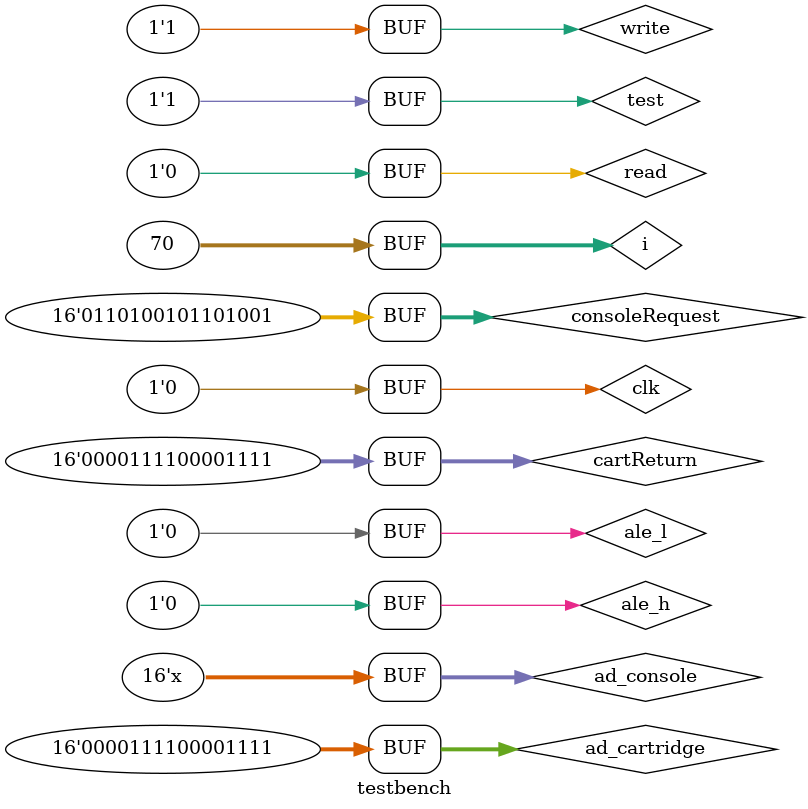
<source format=v>
`timescale 1ns / 1ps


module testbench();

reg ale_l;
reg ale_h;
reg read;
wire[15:0] ad_console;
wire[15:0] ad_cartridge;
reg write;
reg clk;

gamecat uut(
.ad_console (ad_console),
.ad_cartridge (ad_cartridge),
.write (write),
.read (read),
.ale_h (ale_h),
.ale_l (ale_l),
.clk (clk)
);

reg test = 1'b1;

integer i = 0;

reg[15:0] cartReturn = 16'h0000;
reg[15:0] consoleRequest = 16'h0000;

assign ad_cartridge[15:0] = ~read ? cartReturn : 16'bZ;
assign ad_console[15:0] = ~read ? 16'bZ : consoleRequest;
    
initial begin

    clk = 0;
    read = 1;
    write = 1;
    ale_l = 0;
    ale_h = 1;
    
    for (i = 0; i < 70; i = i + 1) begin
        #10
        clk = ~clk;
        
        if (i == 5) begin
            consoleRequest = 16'h0420;
            ale_l = 1;
        end
        if (i == 5 + 23) begin
            consoleRequest = 16'h6969;
            ale_l = 0;
        end
        
        if (i == 5 + 12) begin
            ale_h = 0;
        end
        
        if (i == 40) begin
            cartReturn = 16'hF0F0;
            read = 0;
        end
        if (i == 40 + 15) begin
            cartReturn = 16'h0000;
            read = 1;
        end
        if (i == 40 + 20) begin
        cartReturn = 16'h0F0F;
            read = 0;
        end
    end
    
    /*for (i = 0; i < 1; i = i + 1) begin
        clk = 1;
        #10
        clk = 0;
        #10
        clk = 1;
        #100
        i = i + 1;
        clk = ~clk;
        ale_l = 1;
        #50
        clk = ~clk;
        #120
        i = i + 1;
        clk = ~clk;
        ale_h = 0;
        #50
        clk = ~clk;
        #110
        i = i + 1;
        clk = ~clk;
        ale_l = 0;
        #50
        clk = ~clk;
        #1040
        i = i + 1;
        clk = ~clk;
        read = 0;
        #50
        clk = ~clk;
        #250
        i = i + 1;
        clk = ~clk;
        read = 1;
        #60
        i = i + 1;
        clk = ~clk;
        read = 0;
    end*/
end

endmodule

</source>
